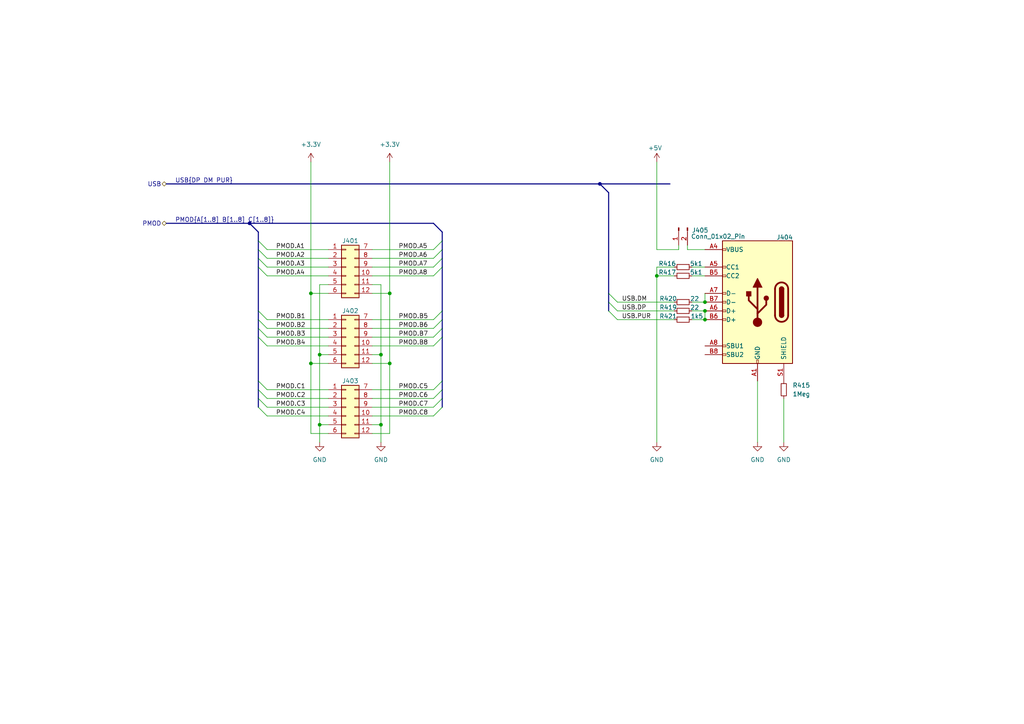
<source format=kicad_sch>
(kicad_sch (version 20250114) (generator "eeschema") (generator_version "9.0")
  (paper "A4")
  (lib_symbols
    (symbol "Connector:Conn_01x02_Pin" (pin_names (offset 1.016) (hide yes))
      (property "Reference" "J" (at 0 2.54 0))
      (property "Value" "Conn_01x02_Pin" (at 0 -5.08 0))
      (symbol "Conn_01x02_Pin_1_1"
        (rectangle (start 0.8636 0.127) (end 0 -0.127) (stroke (width 0.1524)) (fill (type outline)))
        (rectangle (start 0.8636 -2.413) (end 0 -2.667) (stroke (width 0.1524)) (fill (type outline)))
        (polyline (pts (xy 1.27 0) (xy 0.8636 0)) (stroke (width 0.1524)))
        (polyline (pts (xy 1.27 -2.54) (xy 0.8636 -2.54)) (stroke (width 0.1524)))
        (pin passive line (at 5.08 0 180) (length 3.81) (name "Pin_1") (number "1"))
        (pin passive line (at 5.08 -2.54 180) (length 3.81) (name "Pin_2") (number "2"))
      )
    )
    (symbol "Connector:USB_C_Receptacle_USB2.0_16P" (pin_names (offset 1.016))
      (property "Reference" "J" (at 0 22.225 0))
      (property "Value" "USB_C_Receptacle_USB2.0_16P" (at 0 19.685 0))
      (symbol "USB_C_Receptacle_USB2.0_16P_0_0"
        (rectangle (start -0.254 -17.78) (end 0.254 -16.764))
        (rectangle (start 10.16 15.494) (end 9.144 14.986))
        (rectangle (start 10.16 10.414) (end 9.144 9.906))
        (rectangle (start 10.16 7.874) (end 9.144 7.366))
        (rectangle (start 10.16 2.794) (end 9.144 2.286))
        (rectangle (start 10.16 0.254) (end 9.144 -0.254))
        (rectangle (start 10.16 -2.286) (end 9.144 -2.794))
        (rectangle (start 10.16 -4.826) (end 9.144 -5.334))
        (rectangle (start 10.16 -12.446) (end 9.144 -12.954))
        (rectangle (start 10.16 -14.986) (end 9.144 -15.494))
      )
      (symbol "USB_C_Receptacle_USB2.0_16P_0_1"
        (rectangle (start -10.16 17.78) (end 10.16 -17.78) (stroke (width 0.254)) (fill (type background)))
        (polyline (pts (xy -8.89 -3.81) (xy -8.89 3.81)) (stroke (width 0.508)))
        (rectangle (start -7.62 -3.81) (end -6.35 3.81) (stroke (width 0.254)) (fill (type outline)))
        (arc (start -7.62 3.81) (mid -6.985 4.4423) (end -6.35 3.81) (stroke (width 0.254)))
        (arc (start -7.62 3.81) (mid -6.985 4.4423) (end -6.35 3.81) (stroke (width 0.254)) (fill (type outline)))
        (arc (start -8.89 3.81) (mid -6.985 5.7067) (end -5.08 3.81) (stroke (width 0.508)))
        (arc (start -5.08 -3.81) (mid -6.985 -5.7067) (end -8.89 -3.81) (stroke (width 0.508)))
        (arc (start -6.35 -3.81) (mid -6.985 -4.4423) (end -7.62 -3.81) (stroke (width 0.254)))
        (arc (start -6.35 -3.81) (mid -6.985 -4.4423) (end -7.62 -3.81) (stroke (width 0.254)) (fill (type outline)))
        (polyline (pts (xy -5.08 3.81) (xy -5.08 -3.81)) (stroke (width 0.508)))
        (circle (center -2.54 1.143) (radius 0.635) (stroke (width 0.254)) (fill (type outline)))
        (polyline (pts (xy -1.27 4.318) (xy 0 6.858) (xy 1.27 4.318) (xy -1.27 4.318)) (stroke (width 0.254)) (fill (type outline)))
        (polyline (pts (xy 0 -2.032) (xy 2.54 0.508) (xy 2.54 1.778)) (stroke (width 0.508)))
        (polyline (pts (xy 0 -3.302) (xy -2.54 -0.762) (xy -2.54 0.508)) (stroke (width 0.508)))
        (polyline (pts (xy 0 -5.842) (xy 0 4.318)) (stroke (width 0.508)))
        (circle (center 0 -5.842) (radius 1.27) (fill (type outline)))
        (rectangle (start 1.905 1.778) (end 3.175 3.048) (stroke (width 0.254)) (fill (type outline)))
      )
      (symbol "USB_C_Receptacle_USB2.0_16P_1_1"
        (pin passive line (at -7.62 -22.86 90) (length 5.08) (name "SHIELD") (number "S1"))
        (pin passive line (at 0 -22.86 90) (length 5.08) (name "GND") (number "A1"))
        (pin passive line (at 0 -22.86 90) (length 5.08) (hide yes) (name "GND") (number "A12"))
        (pin passive line (at 0 -22.86 90) (length 5.08) (hide yes) (name "GND") (number "B1"))
        (pin passive line (at 0 -22.86 90) (length 5.08) (hide yes) (name "GND") (number "B12"))
        (pin passive line (at 15.24 15.24 180) (length 5.08) (name "VBUS") (number "A4"))
        (pin passive line (at 15.24 15.24 180) (length 5.08) (hide yes) (name "VBUS") (number "A9"))
        (pin passive line (at 15.24 15.24 180) (length 5.08) (hide yes) (name "VBUS") (number "B4"))
        (pin passive line (at 15.24 15.24 180) (length 5.08) (hide yes) (name "VBUS") (number "B9"))
        (pin bidirectional line (at 15.24 10.16 180) (length 5.08) (name "CC1") (number "A5"))
        (pin bidirectional line (at 15.24 7.62 180) (length 5.08) (name "CC2") (number "B5"))
        (pin bidirectional line (at 15.24 2.54 180) (length 5.08) (name "D-") (number "A7"))
        (pin bidirectional line (at 15.24 0 180) (length 5.08) (name "D-") (number "B7"))
        (pin bidirectional line (at 15.24 -2.54 180) (length 5.08) (name "D+") (number "A6"))
        (pin bidirectional line (at 15.24 -5.08 180) (length 5.08) (name "D+") (number "B6"))
        (pin bidirectional line (at 15.24 -12.7 180) (length 5.08) (name "SBU1") (number "A8"))
        (pin bidirectional line (at 15.24 -15.24 180) (length 5.08) (name "SBU2") (number "B8"))
      )
    )
    (symbol "Connector_Generic:Conn_02x06_Top_Bottom" (pin_names (offset 1.016) (hide yes))
      (property "Reference" "J" (at 1.27 7.62 0))
      (property "Value" "Conn_02x06_Top_Bottom" (at 1.27 -10.16 0))
      (symbol "Conn_02x06_Top_Bottom_1_1"
        (rectangle (start -1.27 6.35) (end 3.81 -8.89) (stroke (width 0.254)) (fill (type background)))
        (rectangle (start -1.27 5.207) (end 0 4.953) (stroke (width 0.1524)))
        (rectangle (start -1.27 2.667) (end 0 2.413) (stroke (width 0.1524)))
        (rectangle (start -1.27 0.127) (end 0 -0.127) (stroke (width 0.1524)))
        (rectangle (start -1.27 -2.413) (end 0 -2.667) (stroke (width 0.1524)))
        (rectangle (start -1.27 -4.953) (end 0 -5.207) (stroke (width 0.1524)))
        (rectangle (start -1.27 -7.493) (end 0 -7.747) (stroke (width 0.1524)))
        (rectangle (start 3.81 5.207) (end 2.54 4.953) (stroke (width 0.1524)))
        (rectangle (start 3.81 2.667) (end 2.54 2.413) (stroke (width 0.1524)))
        (rectangle (start 3.81 0.127) (end 2.54 -0.127) (stroke (width 0.1524)))
        (rectangle (start 3.81 -2.413) (end 2.54 -2.667) (stroke (width 0.1524)))
        (rectangle (start 3.81 -4.953) (end 2.54 -5.207) (stroke (width 0.1524)))
        (rectangle (start 3.81 -7.493) (end 2.54 -7.747) (stroke (width 0.1524)))
        (pin passive line (at -5.08 5.08 0) (length 3.81) (name "Pin_1") (number "1"))
        (pin passive line (at -5.08 2.54 0) (length 3.81) (name "Pin_2") (number "2"))
        (pin passive line (at -5.08 0 0) (length 3.81) (name "Pin_3") (number "3"))
        (pin passive line (at -5.08 -2.54 0) (length 3.81) (name "Pin_4") (number "4"))
        (pin passive line (at -5.08 -5.08 0) (length 3.81) (name "Pin_5") (number "5"))
        (pin passive line (at -5.08 -7.62 0) (length 3.81) (name "Pin_6") (number "6"))
        (pin passive line (at 7.62 5.08 180) (length 3.81) (name "Pin_7") (number "7"))
        (pin passive line (at 7.62 2.54 180) (length 3.81) (name "Pin_8") (number "8"))
        (pin passive line (at 7.62 0 180) (length 3.81) (name "Pin_9") (number "9"))
        (pin passive line (at 7.62 -2.54 180) (length 3.81) (name "Pin_10") (number "10"))
        (pin passive line (at 7.62 -5.08 180) (length 3.81) (name "Pin_11") (number "11"))
        (pin passive line (at 7.62 -7.62 180) (length 3.81) (name "Pin_12") (number "12"))
      )
    )
    (symbol "Device:R_Small" (pin_numbers (hide yes)) (pin_names (offset 0.254) (hide yes))
      (property "Reference" "R" (at 0.762 0.508 0))
      (property "Value" "R_Small" (at 0.762 -1.016 0))
      (symbol "R_Small_0_1"
        (rectangle (start -0.762 1.778) (end 0.762 -1.778) (stroke (width 0.2032)))
      )
      (symbol "R_Small_1_1"
        (pin passive line (at 0 2.54 270) (length 0.762) (name "~") (number "1"))
        (pin passive line (at 0 -2.54 90) (length 0.762) (name "~") (number "2"))
      )
    )
    (symbol "power:+3.3V" (power) (pin_names (offset 0))
      (property "Value" "+3.3V" (at 0 3.556 0))
      (symbol "+3.3V_0_1"
        (polyline (pts (xy -0.762 1.27) (xy 0 2.54)))
        (polyline (pts (xy 0 2.54) (xy 0.762 1.27)))
        (polyline (pts (xy 0 0) (xy 0 2.54)))
      )
      (symbol "+3.3V_1_1"
        (pin power_in line (at 0 0 90) (length 0) (hide yes) (name "+3.3V") (number "1"))
      )
    )
    (symbol "power:+5V" (power) (pin_names (offset 0))
      (property "Value" "+5V" (at 0 3.556 0))
      (symbol "+5V_0_1"
        (polyline (pts (xy -0.762 1.27) (xy 0 2.54)))
        (polyline (pts (xy 0 2.54) (xy 0.762 1.27)))
        (polyline (pts (xy 0 0) (xy 0 2.54)))
      )
      (symbol "+5V_1_1"
        (pin power_in line (at 0 0 90) (length 0) (hide yes) (name "+5V") (number "1"))
      )
    )
    (symbol "power:GND" (power) (pin_names (offset 0))
      (property "Value" "GND" (at 0 -3.81 0))
      (symbol "GND_0_1"
        (polyline (pts (xy 0 0) (xy 0 -1.27) (xy 1.27 -1.27) (xy 0 -2.54) (xy -1.27 -1.27) (xy 0 -1.27)))
      )
      (symbol "GND_1_1"
        (pin power_in line (at 0 0 270) (length 0) (hide yes) (name "GND") (number "1"))
      )
    )
  )
  (junction (at 204.47 92.71))
  (junction (at 190.5 80.01))
  (junction (at 92.71 123.19))
  (junction (at 113.03 85.09))
  (junction (at 173.99 53.34))
  (junction (at 110.49 123.19))
  (junction (at 204.47 87.63))
  (junction (at 204.47 90.17))
  (junction (at 90.17 85.09))
  (junction (at 113.03 105.41))
  (junction (at 72.39 64.77))
  (junction (at 92.71 102.87))
  (junction (at 110.49 102.87))
  (junction (at 90.17 105.41))
  (bus_entry (at 74.93 77.47) (size 2.54 2.54))
  (bus_entry (at 128.27 72.39) (size -2.54 2.54))
  (bus_entry (at 128.27 110.49) (size -2.54 2.54))
  (bus_entry (at 74.93 95.25) (size 2.54 2.54))
  (bus_entry (at 74.93 118.11) (size 2.54 2.54))
  (bus_entry (at 128.27 77.47) (size -2.54 2.54))
  (bus_entry (at 128.27 90.17) (size -2.54 2.54))
  (bus_entry (at 74.93 92.71) (size 2.54 2.54))
  (bus_entry (at 128.27 92.71) (size -2.54 2.54))
  (bus_entry (at 179.07 90.17) (size -2.54 -2.54))
  (bus_entry (at 74.93 74.93) (size 2.54 2.54))
  (bus_entry (at 128.27 118.11) (size -2.54 2.54))
  (bus_entry (at 74.93 90.17) (size 2.54 2.54))
  (bus_entry (at 74.93 69.85) (size 2.54 2.54))
  (bus_entry (at 74.93 113.03) (size 2.54 2.54))
  (bus_entry (at 179.07 87.63) (size -2.54 -2.54))
  (bus_entry (at 128.27 113.03) (size -2.54 2.54))
  (bus_entry (at 128.27 97.79) (size -2.54 2.54))
  (bus_entry (at 128.27 95.25) (size -2.54 2.54))
  (bus_entry (at 179.07 92.71) (size -2.54 -2.54))
  (bus_entry (at 128.27 69.85) (size -2.54 2.54))
  (bus_entry (at 74.93 115.57) (size 2.54 2.54))
  (bus_entry (at 128.27 74.93) (size -2.54 2.54))
  (bus_entry (at 74.93 97.79) (size 2.54 2.54))
  (bus_entry (at 74.93 110.49) (size 2.54 2.54))
  (bus_entry (at 128.27 115.57) (size -2.54 2.54))
  (bus_entry (at 74.93 72.39) (size 2.54 2.54))
  (wire (pts (xy 110.49 102.87) (xy 110.49 123.19)))
  (wire (pts (xy 77.47 80.01) (xy 95.25 80.01)))
  (wire (pts (xy 107.95 77.47) (xy 125.73 77.47)))
  (bus (pts (xy 72.39 64.77) (xy 48.26 64.77)))
  (bus (pts (xy 128.27 90.17) (xy 128.27 77.47)))
  (wire (pts (xy 200.66 87.63) (xy 204.47 87.63)))
  (wire (pts (xy 190.5 72.39) (xy 196.85 72.39)))
  (bus (pts (xy 128.27 95.25) (xy 128.27 92.71)))
  (wire (pts (xy 92.71 123.19) (xy 95.25 123.19)))
  (bus (pts (xy 128.27 92.71) (xy 128.27 90.17)))
  (wire (pts (xy 92.71 82.55) (xy 92.71 102.87)))
  (bus (pts (xy 74.93 67.31) (xy 72.39 64.77)))
  (bus (pts (xy 128.27 113.03) (xy 128.27 110.49)))
  (wire (pts (xy 204.47 90.17) (xy 204.47 92.71)))
  (wire (pts (xy 107.95 95.25) (xy 125.73 95.25)))
  (bus (pts (xy 74.93 97.79) (xy 74.93 110.49)))
  (wire (pts (xy 110.49 123.19) (xy 110.49 128.27)))
  (wire (pts (xy 199.39 72.39) (xy 204.47 72.39)))
  (wire (pts (xy 77.47 92.71) (xy 95.25 92.71)))
  (wire (pts (xy 107.95 115.57) (xy 125.73 115.57)))
  (wire (pts (xy 190.5 77.47) (xy 190.5 80.01)))
  (wire (pts (xy 179.07 92.71) (xy 195.58 92.71)))
  (bus (pts (xy 128.27 110.49) (xy 128.27 97.79)))
  (wire (pts (xy 77.47 97.79) (xy 95.25 97.79)))
  (bus (pts (xy 48.26 53.34) (xy 173.99 53.34)))
  (wire (pts (xy 200.66 92.71) (xy 204.47 92.71)))
  (wire (pts (xy 77.47 120.65) (xy 95.25 120.65)))
  (wire (pts (xy 113.03 46.99) (xy 113.03 85.09)))
  (wire (pts (xy 107.95 92.71) (xy 125.73 92.71)))
  (wire (pts (xy 219.71 110.49) (xy 219.71 128.27)))
  (bus (pts (xy 74.93 110.49) (xy 74.93 113.03)))
  (wire (pts (xy 107.95 74.93) (xy 125.73 74.93)))
  (bus (pts (xy 173.99 53.34) (xy 176.53 55.88)))
  (bus (pts (xy 74.93 113.03) (xy 74.93 115.57)))
  (wire (pts (xy 107.95 80.01) (xy 125.73 80.01)))
  (bus (pts (xy 74.93 92.71) (xy 74.93 95.25)))
  (wire (pts (xy 92.71 102.87) (xy 92.71 123.19)))
  (bus (pts (xy 74.93 115.57) (xy 74.93 118.11)))
  (wire (pts (xy 90.17 105.41) (xy 90.17 125.73)))
  (wire (pts (xy 77.47 72.39) (xy 95.25 72.39)))
  (bus (pts (xy 128.27 118.11) (xy 128.27 115.57)))
  (wire (pts (xy 190.5 80.01) (xy 190.5 128.27)))
  (bus (pts (xy 74.93 72.39) (xy 74.93 74.93)))
  (wire (pts (xy 107.95 102.87) (xy 110.49 102.87)))
  (wire (pts (xy 90.17 85.09) (xy 95.25 85.09)))
  (wire (pts (xy 107.95 118.11) (xy 125.73 118.11)))
  (wire (pts (xy 92.71 123.19) (xy 92.71 128.27)))
  (bus (pts (xy 128.27 72.39) (xy 128.27 69.85)))
  (bus (pts (xy 74.93 74.93) (xy 74.93 77.47)))
  (wire (pts (xy 190.5 46.99) (xy 190.5 72.39)))
  (wire (pts (xy 110.49 82.55) (xy 110.49 102.87)))
  (bus (pts (xy 173.99 53.34) (xy 194.31 53.34)))
  (bus (pts (xy 128.27 69.85) (xy 128.27 67.31)))
  (wire (pts (xy 77.47 115.57) (xy 95.25 115.57)))
  (bus (pts (xy 74.93 67.31) (xy 74.93 69.85)))
  (wire (pts (xy 179.07 87.63) (xy 195.58 87.63)))
  (wire (pts (xy 107.95 85.09) (xy 113.03 85.09)))
  (wire (pts (xy 107.95 123.19) (xy 110.49 123.19)))
  (bus (pts (xy 74.93 69.85) (xy 74.93 72.39)))
  (wire (pts (xy 200.66 80.01) (xy 204.47 80.01)))
  (wire (pts (xy 107.95 72.39) (xy 125.73 72.39)))
  (wire (pts (xy 107.95 113.03) (xy 125.73 113.03)))
  (wire (pts (xy 196.85 71.12) (xy 196.85 72.39)))
  (bus (pts (xy 176.53 85.09) (xy 176.53 87.63)))
  (bus (pts (xy 74.93 90.17) (xy 74.93 92.71)))
  (wire (pts (xy 92.71 102.87) (xy 95.25 102.87)))
  (wire (pts (xy 204.47 85.09) (xy 204.47 87.63)))
  (wire (pts (xy 200.66 90.17) (xy 204.47 90.17)))
  (wire (pts (xy 113.03 125.73) (xy 107.95 125.73)))
  (wire (pts (xy 90.17 125.73) (xy 95.25 125.73)))
  (bus (pts (xy 72.39 64.77) (xy 125.73 64.77)))
  (wire (pts (xy 77.47 95.25) (xy 95.25 95.25)))
  (bus (pts (xy 176.53 55.88) (xy 176.53 85.09)))
  (bus (pts (xy 128.27 74.93) (xy 128.27 72.39)))
  (bus (pts (xy 125.73 64.77) (xy 128.27 67.31)))
  (wire (pts (xy 107.95 100.33) (xy 125.73 100.33)))
  (wire (pts (xy 107.95 120.65) (xy 125.73 120.65)))
  (bus (pts (xy 128.27 77.47) (xy 128.27 74.93)))
  (wire (pts (xy 113.03 85.09) (xy 113.03 105.41)))
  (wire (pts (xy 77.47 77.47) (xy 95.25 77.47)))
  (wire (pts (xy 90.17 85.09) (xy 90.17 105.41)))
  (wire (pts (xy 227.33 115.57) (xy 227.33 128.27)))
  (bus (pts (xy 74.93 77.47) (xy 74.93 90.17)))
  (wire (pts (xy 190.5 77.47) (xy 195.58 77.47)))
  (wire (pts (xy 200.66 77.47) (xy 204.47 77.47)))
  (bus (pts (xy 128.27 115.57) (xy 128.27 113.03)))
  (wire (pts (xy 113.03 105.41) (xy 113.03 125.73)))
  (bus (pts (xy 74.93 95.25) (xy 74.93 97.79)))
  (wire (pts (xy 95.25 82.55) (xy 92.71 82.55)))
  (wire (pts (xy 179.07 90.17) (xy 195.58 90.17)))
  (wire (pts (xy 190.5 80.01) (xy 195.58 80.01)))
  (wire (pts (xy 77.47 118.11) (xy 95.25 118.11)))
  (bus (pts (xy 128.27 97.79) (xy 128.27 95.25)))
  (bus (pts (xy 176.53 87.63) (xy 176.53 90.17)))
  (wire (pts (xy 107.95 97.79) (xy 125.73 97.79)))
  (wire (pts (xy 77.47 113.03) (xy 95.25 113.03)))
  (wire (pts (xy 77.47 74.93) (xy 95.25 74.93)))
  (wire (pts (xy 199.39 71.12) (xy 199.39 72.39)))
  (wire (pts (xy 107.95 82.55) (xy 110.49 82.55)))
  (wire (pts (xy 77.47 100.33) (xy 95.25 100.33)))
  (wire (pts (xy 107.95 105.41) (xy 113.03 105.41)))
  (wire (pts (xy 90.17 46.99) (xy 90.17 85.09)))
  (wire (pts (xy 90.17 105.41) (xy 95.25 105.41)))
  (label "PMOD.A8" (at 115.57 80.01 0))
  (label "PMOD.C1" (at 80.01 113.03 0))
  (label "PMOD.B2" (at 80.01 95.25 0))
  (label "PMOD.A6" (at 115.57 74.93 0))
  (label "PMOD.A2" (at 80.01 74.93 0))
  (label "PMOD.A5" (at 115.57 72.39 0))
  (label "PMOD.B4" (at 80.01 100.33 0))
  (label "PMOD.B1" (at 80.01 92.71 0))
  (label "PMOD.C2" (at 80.01 115.57 0))
  (label "PMOD{A[1..8] B[1..8] C[1..8]}" (at 50.8 64.77 0))
  (label "PMOD.B7" (at 115.57 97.79 0))
  (label "PMOD.C8" (at 115.57 120.65 0))
  (label "PMOD.B6" (at 115.57 95.25 0))
  (label "PMOD.B3" (at 80.01 97.79 0))
  (label "USB.PUR" (at 180.34 92.71 0))
  (label "PMOD.C6" (at 115.57 115.57 0))
  (label "PMOD.A1" (at 80.01 72.39 0))
  (label "PMOD.A7" (at 115.57 77.47 0))
  (label "PMOD.B5" (at 115.57 92.71 0))
  (label "PMOD.A4" (at 80.01 80.01 0))
  (label "USB.DP" (at 180.34 90.17 0))
  (label "PMOD.C4" (at 80.01 120.65 0))
  (label "PMOD.C7" (at 115.57 118.11 0))
  (label "PMOD.C5" (at 115.57 113.03 0))
  (label "PMOD.B8" (at 115.57 100.33 0))
  (label "PMOD.A3" (at 80.01 77.47 0))
  (label "PMOD.C3" (at 80.01 118.11 0))
  (label "USB.DM" (at 180.34 87.63 0))
  (label "USB{DP DM PUR}" (at 50.8 53.34 0))
  (hierarchical_label "USB" (shape bidirectional) (at 48.26 53.34 180))
  (hierarchical_label "PMOD" (shape bidirectional) (at 48.26 64.77 180))
  (symbol (lib_id "Device:R_Small") (at 227.33 113.03 0) (unit 1)
    (property "Reference" "R415" (at 229.87 111.7599 0) (effects (justify left)))
    (property "Value" "1Meg" (at 229.87 114.2999 0) (effects (justify left)))
    (property "Footprint" "Resistor_SMD:R_0402_1005Metric" (effects (hide yes)))
    (property "Description" "Resistor, small symbol" (effects (hide yes)))
    (property "Würth" "560112110033" (effects (hide yes)))
  )
  (symbol (lib_id "power:+3.3V") (at 90.17 46.99 0) (unit 1)
    (property "Reference" "#PWR01101" (effects (hide yes)))
    (property "Value" "+3.3V" (at 90.17 41.91 0))
    (property "Description" "Power symbol creates a global label with name \"+3.3V\"" (effects (hide yes)))
  )
  (symbol (lib_id "power:GND") (at 110.49 128.27 0) (unit 1)
    (property "Reference" "#PWR01108" (effects (hide yes)))
    (property "Value" "GND" (at 110.49 133.35 0))
    (property "Description" "Power symbol creates a global label with name \"GND\" , ground" (effects (hide yes)))
  )
  (symbol (lib_id "power:GND") (at 190.5 128.27 0) (unit 1)
    (property "Reference" "#PWR01104" (effects (hide yes)))
    (property "Value" "GND" (at 190.5 133.35 0))
    (property "Description" "Power symbol creates a global label with name \"GND\" , ground" (effects (hide yes)))
  )
  (symbol (lib_id "power:GND") (at 219.71 128.27 0) (unit 1)
    (property "Reference" "#PWR01105" (effects (hide yes)))
    (property "Value" "GND" (at 219.71 133.35 0))
    (property "Description" "Power symbol creates a global label with name \"GND\" , ground" (effects (hide yes)))
  )
  (symbol (lib_id "Connector_Generic:Conn_02x06_Top_Bottom") (at 100.33 118.11 0) (unit 1)
    (property "Reference" "J403" (at 101.6 110.49 0))
    (property "Value" "Conn_02x06_Top_Bottom" (effects (hide yes)))
    (property "Footprint" "Library:PMOD" (effects (hide yes)))
    (property "Description" "Generic connector, double row, 02x06, top/bottom pin numbering scheme (row 1: 1...pins_per_row, row2: pins_per_row+1 ... num_pins), script generated (kicad-library-utils/schlib/autogen/connector/)" (effects (hide yes)))
    (property "Würth" "613012243121" (effects (hide yes)))
  )
  (symbol (lib_id "power:GND") (at 92.71 128.27 0) (unit 1)
    (property "Reference" "#PWR01107" (effects (hide yes)))
    (property "Value" "GND" (at 92.71 133.35 0))
    (property "Description" "Power symbol creates a global label with name \"GND\" , ground" (effects (hide yes)))
  )
  (symbol (lib_id "Connector:Conn_01x02_Pin") (at 196.85 66.04 90) (mirror x) (unit 1)
    (property "Reference" "J405" (at 200.66 66.802 90) (effects (justify right)))
    (property "Value" "Conn_01x02_Pin" (at 200.406 68.58 90) (effects (justify right)))
    (property "Footprint" "Connector_PinHeader_2.54mm:PinHeader_1x02_P2.54mm_Horizontal" (effects (hide yes)))
    (property "Description" "Generic connector, single row, 01x02, script generated" (effects (hide yes)))
    (property "Würth" "61300211121 + 60910213421" (effects (hide yes)))
  )
  (symbol (lib_id "Device:R_Small") (at 198.12 77.47 90) (unit 1)
    (property "Reference" "R416" (at 193.548 76.454 90))
    (property "Value" "5k1" (at 201.93 76.454 90))
    (property "Footprint" "Resistor_SMD:R_0402_1005Metric" (effects (hide yes)))
    (property "Description" "Resistor, small symbol" (effects (hide yes)))
    (property "Würth" "560112110247" (effects (hide yes)))
  )
  (symbol (lib_id "Connector:USB_C_Receptacle_USB2.0_16P") (at 219.71 87.63 0) (mirror y) (unit 1)
    (property "Reference" "J404" (at 227.584 68.834 0))
    (property "Value" "USB_C_Receptacle_USB2.0_16P" (effects (hide yes)))
    (property "Footprint" "Library:USB_C_Combo" (effects (hide yes)))
    (property "Datasheet" "https://www.usb.org/sites/default/files/documents/usb_type-c.zip" (effects (hide yes)))
    (property "Description" "USB 2.0-only 16P Type-C Receptacle connector" (effects (hide yes)))
    (property "Würth" "629722000214" (effects (hide yes)))
  )
  (symbol (lib_id "Device:R_Small") (at 198.12 80.01 90) (unit 1)
    (property "Reference" "R417" (at 193.548 78.994 90))
    (property "Value" "5k1" (at 201.93 78.994 90))
    (property "Footprint" "Resistor_SMD:R_0402_1005Metric" (effects (hide yes)))
    (property "Description" "Resistor, small symbol" (effects (hide yes)))
    (property "Würth" "560112110247" (effects (hide yes)))
  )
  (symbol (lib_id "Device:R_Small") (at 198.12 90.17 90) (unit 1)
    (property "Reference" "R419" (at 193.802 89.154 90))
    (property "Value" "22" (at 200.152 89.916 90) (effects (justify right top)))
    (property "Footprint" "Resistor_SMD:R_0402_1005Metric" (effects (hide yes)))
    (property "Description" "Resistor, small symbol" (effects (hide yes)))
    (property "Würth" "560112110046" (effects (hide yes)))
  )
  (symbol (lib_id "Connector_Generic:Conn_02x06_Top_Bottom") (at 100.33 97.79 0) (unit 1)
    (property "Reference" "J402" (at 101.6 90.17 0))
    (property "Value" "Conn_02x06_Top_Bottom" (effects (hide yes)))
    (property "Footprint" "Library:PMOD" (effects (hide yes)))
    (property "Description" "Generic connector, double row, 02x06, top/bottom pin numbering scheme (row 1: 1...pins_per_row, row2: pins_per_row+1 ... num_pins), script generated (kicad-library-utils/schlib/autogen/connector/)" (effects (hide yes)))
    (property "Würth" "613012243121" (effects (hide yes)))
  )
  (symbol (lib_id "power:+5V") (at 190.5 46.99 0) (unit 1)
    (property "Reference" "#PWR01103" (effects (hide yes)))
    (property "Value" "+5V" (at 189.992 42.926 0))
    (property "Description" "Power symbol creates a global label with name \"+5V\"" (effects (hide yes)))
  )
  (symbol (lib_id "Device:R_Small") (at 198.12 87.63 90) (unit 1)
    (property "Reference" "R420" (at 193.802 86.614 90))
    (property "Value" "22" (at 200.152 87.376 90) (effects (justify right top)))
    (property "Footprint" "Resistor_SMD:R_0402_1005Metric" (effects (hide yes)))
    (property "Description" "Resistor, small symbol" (effects (hide yes)))
    (property "Würth" "560112110046" (effects (hide yes)))
  )
  (symbol (lib_id "power:+3.3V") (at 113.03 46.99 0) (unit 1)
    (property "Reference" "#PWR01102" (effects (hide yes)))
    (property "Value" "+3.3V" (at 113.03 41.91 0))
    (property "Description" "Power symbol creates a global label with name \"+3.3V\"" (effects (hide yes)))
  )
  (symbol (lib_id "Device:R_Small") (at 198.12 92.71 90) (unit 1)
    (property "Reference" "R421" (at 196.342 92.456 90) (effects (justify left top)))
    (property "Value" "1k5" (at 203.962 92.456 90) (effects (justify left top)))
    (property "Footprint" "Resistor_SMD:R_0402_1005Metric" (effects (hide yes)))
    (property "Description" "Resistor, small symbol" (effects (hide yes)))
    (property "Würth" "560112110095" (effects (hide yes)))
  )
  (symbol (lib_id "power:GND") (at 227.33 128.27 0) (unit 1)
    (property "Reference" "#PWR01106" (effects (hide yes)))
    (property "Value" "GND" (at 227.33 133.35 0))
    (property "Description" "Power symbol creates a global label with name \"GND\" , ground" (effects (hide yes)))
  )
  (symbol (lib_id "Connector_Generic:Conn_02x06_Top_Bottom") (at 100.33 77.47 0) (unit 1)
    (property "Reference" "J401" (at 101.6 69.85 0))
    (property "Value" "Conn_02x06_Top_Bottom" (effects (hide yes)))
    (property "Footprint" "Library:PMOD" (effects (hide yes)))
    (property "Description" "Generic connector, double row, 02x06, top/bottom pin numbering scheme (row 1: 1...pins_per_row, row2: pins_per_row+1 ... num_pins), script generated (kicad-library-utils/schlib/autogen/connector/)" (effects (hide yes)))
    (property "Würth" "613012243121" (effects (hide yes)))
  )
)
</source>
